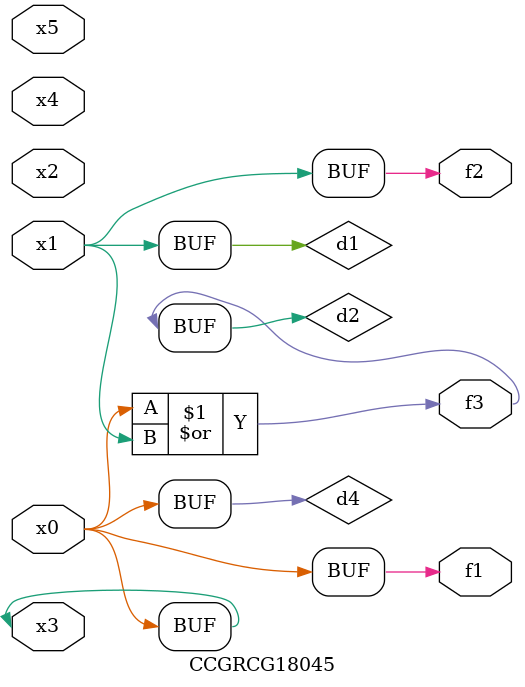
<source format=v>
module CCGRCG18045(
	input x0, x1, x2, x3, x4, x5,
	output f1, f2, f3
);

	wire d1, d2, d3, d4;

	and (d1, x1);
	or (d2, x0, x1);
	nand (d3, x0, x5);
	buf (d4, x0, x3);
	assign f1 = d4;
	assign f2 = d1;
	assign f3 = d2;
endmodule

</source>
